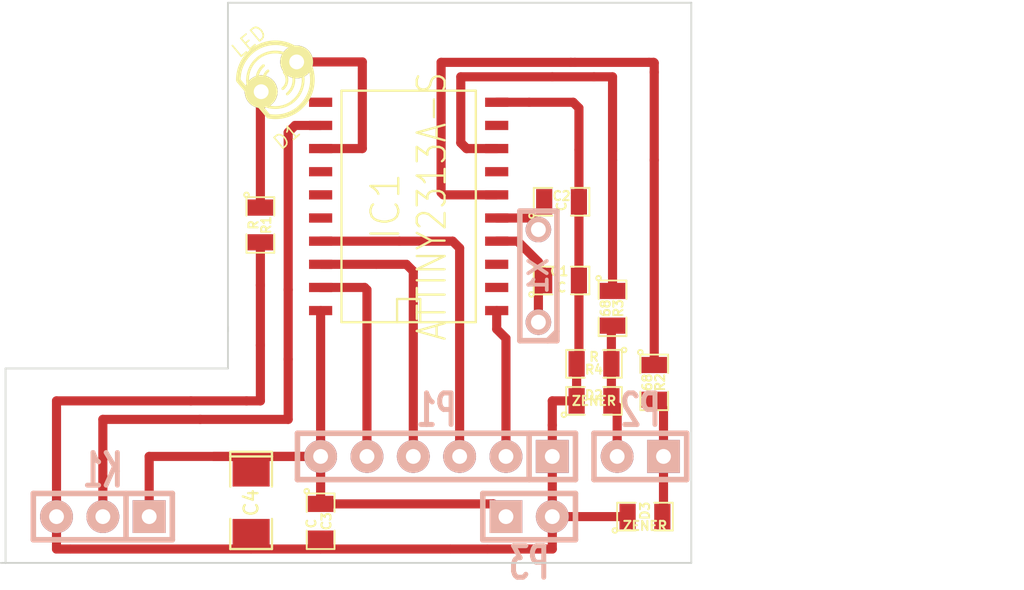
<source format=kicad_pcb>
(kicad_pcb (version 3) (host pcbnew "(2013-07-07 BZR 4022)-stable")

  (general
    (links 34)
    (no_connects 1)
    (area 103.327999 35.763999 163.448 67.81927)
    (thickness 1.6)
    (drawings 9)
    (tracks 108)
    (zones 0)
    (modules 17)
    (nets 16)
  )

  (page A3)
  (layers
    (15 F.Cu signal)
    (0 B.Cu signal)
    (16 B.Adhes user)
    (17 F.Adhes user)
    (18 B.Paste user)
    (19 F.Paste user)
    (20 B.SilkS user)
    (21 F.SilkS user)
    (22 B.Mask user)
    (23 F.Mask user)
    (24 Dwgs.User user)
    (25 Cmts.User user)
    (26 Eco1.User user)
    (27 Eco2.User user)
    (28 Edge.Cuts user)
  )

  (setup
    (last_trace_width 0.5)
    (trace_clearance 0.254)
    (zone_clearance 0.508)
    (zone_45_only no)
    (trace_min 0.254)
    (segment_width 0.2)
    (edge_width 0.1)
    (via_size 0.889)
    (via_drill 0.635)
    (via_min_size 0.889)
    (via_min_drill 0.508)
    (uvia_size 0.508)
    (uvia_drill 0.127)
    (uvias_allowed no)
    (uvia_min_size 0.508)
    (uvia_min_drill 0.127)
    (pcb_text_width 0.3)
    (pcb_text_size 1.5 1.5)
    (mod_edge_width 0.15)
    (mod_text_size 1 1)
    (mod_text_width 0.15)
    (pad_size 1.8 1.8)
    (pad_drill 0.8128)
    (pad_to_mask_clearance 0)
    (aux_axis_origin 0 0)
    (visible_elements 7FFFFFFF)
    (pcbplotparams
      (layerselection 3178497)
      (usegerberextensions true)
      (excludeedgelayer true)
      (linewidth 0.150000)
      (plotframeref false)
      (viasonmask false)
      (mode 1)
      (useauxorigin false)
      (hpglpennumber 1)
      (hpglpenspeed 20)
      (hpglpendiameter 15)
      (hpglpenoverlay 2)
      (psnegative false)
      (psa4output false)
      (plotreference true)
      (plotvalue true)
      (plotothertext true)
      (plotinvisibletext false)
      (padsonsilk false)
      (subtractmaskfromsilk false)
      (outputformat 1)
      (mirror false)
      (drillshape 1)
      (scaleselection 1)
      (outputdirectory ""))
  )

  (net 0 "")
  (net 1 GND)
  (net 2 N-0000010)
  (net 3 N-0000013)
  (net 4 N-0000014)
  (net 5 N-0000017)
  (net 6 N-000002)
  (net 7 N-0000022)
  (net 8 N-0000023)
  (net 9 N-000004)
  (net 10 N-000005)
  (net 11 N-000006)
  (net 12 N-000007)
  (net 13 N-000008)
  (net 14 RESET)
  (net 15 VCC)

  (net_class Default "This is the default net class."
    (clearance 0.254)
    (trace_width 0.5)
    (via_dia 0.889)
    (via_drill 0.635)
    (uvia_dia 0.508)
    (uvia_drill 0.127)
    (add_net "")
    (add_net GND)
    (add_net N-0000010)
    (add_net N-0000013)
    (add_net N-0000014)
    (add_net N-0000017)
    (add_net N-000002)
    (add_net N-0000022)
    (add_net N-0000023)
    (add_net N-000004)
    (add_net N-000005)
    (add_net N-000006)
    (add_net N-000007)
    (add_net N-000008)
    (add_net RESET)
    (add_net VCC)
  )

  (module SIL-6 (layer B.Cu) (tedit 53B55BA7) (tstamp 53B284F6)
    (at 127.254 60.706 180)
    (descr "Connecteur 6 pins")
    (tags "CONN DEV")
    (path /53AD6D39)
    (fp_text reference P1 (at 0 2.54 180) (layer B.SilkS)
      (effects (font (size 1.72974 1.08712) (thickness 0.3048)) (justify mirror))
    )
    (fp_text value ISP (at 0 2.54 180) (layer B.SilkS) hide
      (effects (font (size 1.524 1.016) (thickness 0.3048)) (justify mirror))
    )
    (fp_line (start -7.62 -1.27) (end -7.62 1.27) (layer B.SilkS) (width 0.3048))
    (fp_line (start -7.62 1.27) (end 7.62 1.27) (layer B.SilkS) (width 0.3048))
    (fp_line (start 7.62 1.27) (end 7.62 -1.27) (layer B.SilkS) (width 0.3048))
    (fp_line (start 7.62 -1.27) (end -7.62 -1.27) (layer B.SilkS) (width 0.3048))
    (fp_line (start -5.08 -1.27) (end -5.08 1.27) (layer B.SilkS) (width 0.3048))
    (pad 1 thru_hole rect (at -6.35 0 180) (size 1.8 1.8) (drill 0.8128)
      (layers *.Cu *.Mask B.SilkS)
      (net 1 GND)
    )
    (pad 2 thru_hole circle (at -3.81 0 180) (size 1.8 1.8) (drill 0.8128)
      (layers *.Cu *.Mask B.SilkS)
      (net 14 RESET)
    )
    (pad 3 thru_hole circle (at -1.27 0 180) (size 1.8 1.8) (drill 0.8128)
      (layers *.Cu *.Mask B.SilkS)
      (net 11 N-000006)
    )
    (pad 4 thru_hole circle (at 1.27 0 180) (size 1.8 1.8) (drill 0.8128)
      (layers *.Cu *.Mask B.SilkS)
      (net 10 N-000005)
    )
    (pad 5 thru_hole circle (at 3.81 0 180) (size 1.8 1.8) (drill 0.8128)
      (layers *.Cu *.Mask B.SilkS)
      (net 9 N-000004)
    )
    (pad 6 thru_hole circle (at 6.35 0 180) (size 1.8 1.8) (drill 0.8128)
      (layers *.Cu *.Mask B.SilkS)
      (net 15 VCC)
    )
  )

  (module SIL-3 (layer B.Cu) (tedit 53B55BB7) (tstamp 53B54FA2)
    (at 108.966 64.008 180)
    (descr "Connecteur 3 pins")
    (tags "CONN DEV")
    (path /53AD6DBD)
    (fp_text reference K1 (at 0 2.54 180) (layer B.SilkS)
      (effects (font (size 1.7907 1.07696) (thickness 0.3048)) (justify mirror))
    )
    (fp_text value DHT (at 0 2.54 180) (layer B.SilkS) hide
      (effects (font (size 1.524 1.016) (thickness 0.3048)) (justify mirror))
    )
    (fp_line (start -3.81 -1.27) (end -3.81 1.27) (layer B.SilkS) (width 0.3048))
    (fp_line (start -3.81 1.27) (end 3.81 1.27) (layer B.SilkS) (width 0.3048))
    (fp_line (start 3.81 1.27) (end 3.81 -1.27) (layer B.SilkS) (width 0.3048))
    (fp_line (start 3.81 -1.27) (end -3.81 -1.27) (layer B.SilkS) (width 0.3048))
    (fp_line (start -1.27 1.27) (end -1.27 -1.27) (layer B.SilkS) (width 0.3048))
    (pad 1 thru_hole rect (at -2.54 0 180) (size 1.8 1.8) (drill 0.8128)
      (layers *.Cu *.Mask B.SilkS)
      (net 15 VCC)
    )
    (pad 2 thru_hole circle (at 0 0 180) (size 1.8 1.8) (drill 0.8128)
      (layers *.Cu *.Mask B.SilkS)
      (net 6 N-000002)
    )
    (pad 3 thru_hole circle (at 2.54 0 180) (size 1.8 1.8) (drill 0.8128)
      (layers *.Cu *.Mask B.SilkS)
      (net 1 GND)
    )
  )

  (module C2 (layer B.Cu) (tedit 53B540DD) (tstamp 53AD765F)
    (at 132.842 50.8 90)
    (descr "Condensateur = 2 pas")
    (tags C)
    (path /53AD6D9F)
    (fp_text reference X1 (at 0 0 90) (layer B.SilkS)
      (effects (font (size 1.016 1.016) (thickness 0.2032)) (justify mirror))
    )
    (fp_text value QUARTZCMS4 (at -0.254 0 90) (layer B.SilkS) hide
      (effects (font (size 1.016 1.016) (thickness 0.2032)) (justify mirror))
    )
    (fp_line (start -3.556 1.016) (end 3.556 1.016) (layer B.SilkS) (width 0.3048))
    (fp_line (start 3.556 1.016) (end 3.556 -1.016) (layer B.SilkS) (width 0.3048))
    (fp_line (start 3.556 -1.016) (end -3.556 -1.016) (layer B.SilkS) (width 0.3048))
    (fp_line (start -3.556 -1.016) (end -3.556 1.016) (layer B.SilkS) (width 0.3048))
    (fp_line (start -3.556 0.508) (end -3.048 1.016) (layer B.SilkS) (width 0.3048))
    (pad 1 thru_hole circle (at -2.54 0 90) (size 1.397 1.397) (drill 0.8128)
      (layers *.Cu *.Mask B.SilkS)
      (net 3 N-0000013)
    )
    (pad 3 thru_hole circle (at 2.54 0 90) (size 1.397 1.397) (drill 0.8128)
      (layers *.Cu *.Mask B.SilkS)
      (net 4 N-0000014)
    )
    (model discret/capa_2pas_5x5mm.wrl
      (at (xyz 0 0 0))
      (scale (xyz 1 1 1))
      (rotate (xyz 0 0 0))
    )
  )

  (module SO20L (layer F.Cu) (tedit 42807090) (tstamp 53AD7767)
    (at 125.73 46.99 90)
    (descr "Cms SOJ 20 pins large")
    (tags "CMS SOJ")
    (path /53AD6CF0)
    (attr smd)
    (fp_text reference IC1 (at 0 -1.27 90) (layer F.SilkS)
      (effects (font (size 1.524 1.524) (thickness 0.127)))
    )
    (fp_text value ATTINY2313A-S (at 0 1.27 90) (layer F.SilkS)
      (effects (font (size 1.524 1.27) (thickness 0.127)))
    )
    (fp_line (start 6.35 3.683) (end 6.35 -3.683) (layer F.SilkS) (width 0.127))
    (fp_line (start -6.35 -3.683) (end -6.35 3.683) (layer F.SilkS) (width 0.127))
    (fp_line (start 6.35 3.683) (end -6.35 3.683) (layer F.SilkS) (width 0.127))
    (fp_line (start -6.35 -3.683) (end 6.35 -3.683) (layer F.SilkS) (width 0.127))
    (fp_line (start -6.35 -0.635) (end -5.08 -0.635) (layer F.SilkS) (width 0.127))
    (fp_line (start -5.08 -0.635) (end -5.08 0.635) (layer F.SilkS) (width 0.127))
    (fp_line (start -5.08 0.635) (end -6.35 0.635) (layer F.SilkS) (width 0.127))
    (pad 11 smd rect (at 5.715 -4.826 90) (size 0.508 1.27)
      (layers F.Cu F.Paste F.Mask)
    )
    (pad 12 smd rect (at 4.445 -4.826 90) (size 0.508 1.27)
      (layers F.Cu F.Paste F.Mask)
      (net 6 N-000002)
    )
    (pad 13 smd rect (at 3.175 -4.826 90) (size 0.508 1.27)
      (layers F.Cu F.Paste F.Mask)
      (net 2 N-0000010)
    )
    (pad 14 smd rect (at 1.905 -4.826 90) (size 0.508 1.27)
      (layers F.Cu F.Paste F.Mask)
    )
    (pad 15 smd rect (at 0.635 -4.826 90) (size 0.508 1.27)
      (layers F.Cu F.Paste F.Mask)
    )
    (pad 16 smd rect (at -0.635 -4.826 90) (size 0.508 1.27)
      (layers F.Cu F.Paste F.Mask)
    )
    (pad 17 smd rect (at -1.905 -4.826 90) (size 0.508 1.27)
      (layers F.Cu F.Paste F.Mask)
      (net 11 N-000006)
    )
    (pad 18 smd rect (at -3.175 -4.826 90) (size 0.508 1.27)
      (layers F.Cu F.Paste F.Mask)
      (net 10 N-000005)
    )
    (pad 19 smd rect (at -4.445 -4.826 90) (size 0.508 1.27)
      (layers F.Cu F.Paste F.Mask)
      (net 9 N-000004)
    )
    (pad 20 smd rect (at -5.715 -4.826 90) (size 0.508 1.27)
      (layers F.Cu F.Paste F.Mask)
      (net 15 VCC)
    )
    (pad 1 smd rect (at -5.715 4.826 90) (size 0.508 1.27)
      (layers F.Cu F.Paste F.Mask)
      (net 14 RESET)
    )
    (pad 2 smd rect (at -4.445 4.826 90) (size 0.508 1.27)
      (layers F.Cu F.Paste F.Mask)
    )
    (pad 3 smd rect (at -3.175 4.826 90) (size 0.508 1.27)
      (layers F.Cu F.Paste F.Mask)
    )
    (pad 4 smd rect (at -1.905 4.826 90) (size 0.508 1.27)
      (layers F.Cu F.Paste F.Mask)
      (net 3 N-0000013)
    )
    (pad 5 smd rect (at -0.635 4.826 90) (size 0.508 1.27)
      (layers F.Cu F.Paste F.Mask)
      (net 4 N-0000014)
    )
    (pad 6 smd rect (at 0.635 4.826 90) (size 0.508 1.27)
      (layers F.Cu F.Paste F.Mask)
      (net 5 N-0000017)
    )
    (pad 7 smd rect (at 1.905 4.826 90) (size 0.508 1.27)
      (layers F.Cu F.Paste F.Mask)
    )
    (pad 8 smd rect (at 3.175 4.826 90) (size 0.508 1.27)
      (layers F.Cu F.Paste F.Mask)
      (net 13 N-000008)
    )
    (pad 9 smd rect (at 4.445 4.826 90) (size 0.508 1.27)
      (layers F.Cu F.Paste F.Mask)
    )
    (pad 10 smd rect (at 5.715 4.826 90) (size 0.508 1.27)
      (layers F.Cu F.Paste F.Mask)
      (net 1 GND)
    )
    (model smd/cms_so20.wrl
      (at (xyz 0 0 0))
      (scale (xyz 0.5 0.6 0.5))
      (rotate (xyz 0 0 0))
    )
  )

  (module SM0805 (layer F.Cu) (tedit 53B54634) (tstamp 53AD758D)
    (at 135.89 57.658)
    (path /53AD6DDF)
    (attr smd)
    (fp_text reference D2 (at 0 -0.3175) (layer F.SilkS)
      (effects (font (size 0.50038 0.50038) (thickness 0.10922)))
    )
    (fp_text value ZENER (at 0 0) (layer F.SilkS)
      (effects (font (size 0.50038 0.50038) (thickness 0.10922)))
    )
    (fp_circle (center -1.651 0.762) (end -1.651 0.635) (layer F.SilkS) (width 0.09906))
    (fp_line (start -0.508 0.762) (end -1.524 0.762) (layer F.SilkS) (width 0.09906))
    (fp_line (start -1.524 0.762) (end -1.524 -0.762) (layer F.SilkS) (width 0.09906))
    (fp_line (start -1.524 -0.762) (end -0.508 -0.762) (layer F.SilkS) (width 0.09906))
    (fp_line (start 0.508 -0.762) (end 1.524 -0.762) (layer F.SilkS) (width 0.09906))
    (fp_line (start 1.524 -0.762) (end 1.524 0.762) (layer F.SilkS) (width 0.09906))
    (fp_line (start 1.524 0.762) (end 0.508 0.762) (layer F.SilkS) (width 0.09906))
    (pad 1 smd rect (at -0.9525 0) (size 0.889 1.397)
      (layers F.Cu F.Paste F.Mask)
      (net 1 GND)
    )
    (pad 2 smd rect (at 0.9525 0) (size 0.889 1.397)
      (layers F.Cu F.Paste F.Mask)
      (net 8 N-0000023)
    )
    (model smd/chip_cms.wrl
      (at (xyz 0 0 0))
      (scale (xyz 0.1 0.1 0.1))
      (rotate (xyz 0 0 0))
    )
  )

  (module SM0805 (layer F.Cu) (tedit 53B55812) (tstamp 53B53FE4)
    (at 138.684 64.008)
    (path /53AD6F7F)
    (attr smd)
    (fp_text reference D3 (at 0 -0.3175 90) (layer F.SilkS)
      (effects (font (size 0.50038 0.50038) (thickness 0.10922)))
    )
    (fp_text value ZENER (at 0 0.508) (layer F.SilkS)
      (effects (font (size 0.50038 0.50038) (thickness 0.10922)))
    )
    (fp_circle (center -1.651 0.762) (end -1.651 0.635) (layer F.SilkS) (width 0.09906))
    (fp_line (start -0.508 0.762) (end -1.524 0.762) (layer F.SilkS) (width 0.09906))
    (fp_line (start -1.524 0.762) (end -1.524 -0.762) (layer F.SilkS) (width 0.09906))
    (fp_line (start -1.524 -0.762) (end -0.508 -0.762) (layer F.SilkS) (width 0.09906))
    (fp_line (start 0.508 -0.762) (end 1.524 -0.762) (layer F.SilkS) (width 0.09906))
    (fp_line (start 1.524 -0.762) (end 1.524 0.762) (layer F.SilkS) (width 0.09906))
    (fp_line (start 1.524 0.762) (end 0.508 0.762) (layer F.SilkS) (width 0.09906))
    (pad 1 smd rect (at -0.9525 0) (size 0.889 1.397)
      (layers F.Cu F.Paste F.Mask)
      (net 1 GND)
    )
    (pad 2 smd rect (at 0.9525 0) (size 0.889 1.397)
      (layers F.Cu F.Paste F.Mask)
      (net 7 N-0000022)
    )
    (model smd/chip_cms.wrl
      (at (xyz 0 0 0))
      (scale (xyz 0.1 0.1 0.1))
      (rotate (xyz 0 0 0))
    )
  )

  (module SM0805 (layer F.Cu) (tedit 5091495C) (tstamp 53AD75C2)
    (at 136.906 52.578 270)
    (path /53AD6E43)
    (attr smd)
    (fp_text reference R3 (at 0 -0.3175 270) (layer F.SilkS)
      (effects (font (size 0.50038 0.50038) (thickness 0.10922)))
    )
    (fp_text value 68 (at 0 0.381 270) (layer F.SilkS)
      (effects (font (size 0.50038 0.50038) (thickness 0.10922)))
    )
    (fp_circle (center -1.651 0.762) (end -1.651 0.635) (layer F.SilkS) (width 0.09906))
    (fp_line (start -0.508 0.762) (end -1.524 0.762) (layer F.SilkS) (width 0.09906))
    (fp_line (start -1.524 0.762) (end -1.524 -0.762) (layer F.SilkS) (width 0.09906))
    (fp_line (start -1.524 -0.762) (end -0.508 -0.762) (layer F.SilkS) (width 0.09906))
    (fp_line (start 0.508 -0.762) (end 1.524 -0.762) (layer F.SilkS) (width 0.09906))
    (fp_line (start 1.524 -0.762) (end 1.524 0.762) (layer F.SilkS) (width 0.09906))
    (fp_line (start 1.524 0.762) (end 0.508 0.762) (layer F.SilkS) (width 0.09906))
    (pad 1 smd rect (at -0.9525 0 270) (size 0.889 1.397)
      (layers F.Cu F.Paste F.Mask)
      (net 13 N-000008)
    )
    (pad 2 smd rect (at 0.9525 0 270) (size 0.889 1.397)
      (layers F.Cu F.Paste F.Mask)
      (net 8 N-0000023)
    )
    (model smd/chip_cms.wrl
      (at (xyz 0 0 0))
      (scale (xyz 0.1 0.1 0.1))
      (rotate (xyz 0 0 0))
    )
  )

  (module SM0805 (layer F.Cu) (tedit 5091495C) (tstamp 53B51E4C)
    (at 139.192 56.642 270)
    (path /53AD6E10)
    (attr smd)
    (fp_text reference R2 (at 0 -0.3175 270) (layer F.SilkS)
      (effects (font (size 0.50038 0.50038) (thickness 0.10922)))
    )
    (fp_text value 68 (at 0 0.381 270) (layer F.SilkS)
      (effects (font (size 0.50038 0.50038) (thickness 0.10922)))
    )
    (fp_circle (center -1.651 0.762) (end -1.651 0.635) (layer F.SilkS) (width 0.09906))
    (fp_line (start -0.508 0.762) (end -1.524 0.762) (layer F.SilkS) (width 0.09906))
    (fp_line (start -1.524 0.762) (end -1.524 -0.762) (layer F.SilkS) (width 0.09906))
    (fp_line (start -1.524 -0.762) (end -0.508 -0.762) (layer F.SilkS) (width 0.09906))
    (fp_line (start 0.508 -0.762) (end 1.524 -0.762) (layer F.SilkS) (width 0.09906))
    (fp_line (start 1.524 -0.762) (end 1.524 0.762) (layer F.SilkS) (width 0.09906))
    (fp_line (start 1.524 0.762) (end 0.508 0.762) (layer F.SilkS) (width 0.09906))
    (pad 1 smd rect (at -0.9525 0 270) (size 0.889 1.397)
      (layers F.Cu F.Paste F.Mask)
      (net 5 N-0000017)
    )
    (pad 2 smd rect (at 0.9525 0 270) (size 0.889 1.397)
      (layers F.Cu F.Paste F.Mask)
      (net 7 N-0000022)
    )
    (model smd/chip_cms.wrl
      (at (xyz 0 0 0))
      (scale (xyz 0.1 0.1 0.1))
      (rotate (xyz 0 0 0))
    )
  )

  (module SM0805 (layer F.Cu) (tedit 5091495C) (tstamp 53B286FD)
    (at 135.89 55.626 180)
    (path /53AD6FAD)
    (attr smd)
    (fp_text reference R4 (at 0 -0.3175 180) (layer F.SilkS)
      (effects (font (size 0.50038 0.50038) (thickness 0.10922)))
    )
    (fp_text value R (at 0 0.381 180) (layer F.SilkS)
      (effects (font (size 0.50038 0.50038) (thickness 0.10922)))
    )
    (fp_circle (center -1.651 0.762) (end -1.651 0.635) (layer F.SilkS) (width 0.09906))
    (fp_line (start -0.508 0.762) (end -1.524 0.762) (layer F.SilkS) (width 0.09906))
    (fp_line (start -1.524 0.762) (end -1.524 -0.762) (layer F.SilkS) (width 0.09906))
    (fp_line (start -1.524 -0.762) (end -0.508 -0.762) (layer F.SilkS) (width 0.09906))
    (fp_line (start 0.508 -0.762) (end 1.524 -0.762) (layer F.SilkS) (width 0.09906))
    (fp_line (start 1.524 -0.762) (end 1.524 0.762) (layer F.SilkS) (width 0.09906))
    (fp_line (start 1.524 0.762) (end 0.508 0.762) (layer F.SilkS) (width 0.09906))
    (pad 1 smd rect (at -0.9525 0 180) (size 0.889 1.397)
      (layers F.Cu F.Paste F.Mask)
      (net 8 N-0000023)
    )
    (pad 2 smd rect (at 0.9525 0 180) (size 0.889 1.397)
      (layers F.Cu F.Paste F.Mask)
      (net 1 GND)
    )
    (model smd/chip_cms.wrl
      (at (xyz 0 0 0))
      (scale (xyz 0.1 0.1 0.1))
      (rotate (xyz 0 0 0))
    )
  )

  (module SM0805 (layer F.Cu) (tedit 53B5280F) (tstamp 53AD75E8)
    (at 120.904 64.262 270)
    (path /53AD7582)
    (attr smd)
    (fp_text reference C3 (at 0 -0.3175 270) (layer F.SilkS)
      (effects (font (size 0.50038 0.50038) (thickness 0.10922)))
    )
    (fp_text value C (at 0.127 0.508 270) (layer F.SilkS)
      (effects (font (size 0.50038 0.50038) (thickness 0.10922)))
    )
    (fp_circle (center -1.651 0.762) (end -1.651 0.635) (layer F.SilkS) (width 0.09906))
    (fp_line (start -0.508 0.762) (end -1.524 0.762) (layer F.SilkS) (width 0.09906))
    (fp_line (start -1.524 0.762) (end -1.524 -0.762) (layer F.SilkS) (width 0.09906))
    (fp_line (start -1.524 -0.762) (end -0.508 -0.762) (layer F.SilkS) (width 0.09906))
    (fp_line (start 0.508 -0.762) (end 1.524 -0.762) (layer F.SilkS) (width 0.09906))
    (fp_line (start 1.524 -0.762) (end 1.524 0.762) (layer F.SilkS) (width 0.09906))
    (fp_line (start 1.524 0.762) (end 0.508 0.762) (layer F.SilkS) (width 0.09906))
    (pad 1 smd rect (at -0.9525 0 270) (size 0.889 1.397)
      (layers F.Cu F.Paste F.Mask)
      (net 15 VCC)
    )
    (pad 2 smd rect (at 0.9525 0 270) (size 0.889 1.397)
      (layers F.Cu F.Paste F.Mask)
      (net 1 GND)
    )
    (model smd/chip_cms.wrl
      (at (xyz 0 0 0))
      (scale (xyz 0.1 0.1 0.1))
      (rotate (xyz 0 0 0))
    )
  )

  (module SM0805 (layer F.Cu) (tedit 53B525F7) (tstamp 53B54806)
    (at 134.112 51.054)
    (path /53AD6D63)
    (attr smd)
    (fp_text reference C1 (at -0.127 -0.508) (layer F.SilkS)
      (effects (font (size 0.50038 0.50038) (thickness 0.10922)))
    )
    (fp_text value C (at 0 0.381) (layer F.SilkS)
      (effects (font (size 0.50038 0.50038) (thickness 0.10922)))
    )
    (fp_circle (center -1.651 0.762) (end -1.651 0.635) (layer F.SilkS) (width 0.09906))
    (fp_line (start -0.508 0.762) (end -1.524 0.762) (layer F.SilkS) (width 0.09906))
    (fp_line (start -1.524 0.762) (end -1.524 -0.762) (layer F.SilkS) (width 0.09906))
    (fp_line (start -1.524 -0.762) (end -0.508 -0.762) (layer F.SilkS) (width 0.09906))
    (fp_line (start 0.508 -0.762) (end 1.524 -0.762) (layer F.SilkS) (width 0.09906))
    (fp_line (start 1.524 -0.762) (end 1.524 0.762) (layer F.SilkS) (width 0.09906))
    (fp_line (start 1.524 0.762) (end 0.508 0.762) (layer F.SilkS) (width 0.09906))
    (pad 1 smd rect (at -0.9525 0) (size 0.889 1.397)
      (layers F.Cu F.Paste F.Mask)
      (net 3 N-0000013)
    )
    (pad 2 smd rect (at 0.9525 0) (size 0.889 1.397)
      (layers F.Cu F.Paste F.Mask)
      (net 1 GND)
    )
    (model smd/chip_cms.wrl
      (at (xyz 0 0 0))
      (scale (xyz 0.1 0.1 0.1))
      (rotate (xyz 0 0 0))
    )
  )

  (module SM0805 (layer F.Cu) (tedit 53B5477D) (tstamp 53B547F8)
    (at 134.112 46.736)
    (path /53AD70D0)
    (attr smd)
    (fp_text reference C2 (at 0 -0.3175) (layer F.SilkS)
      (effects (font (size 0.50038 0.50038) (thickness 0.10922)))
    )
    (fp_text value C (at 0 0.254 90) (layer F.SilkS)
      (effects (font (size 0.50038 0.50038) (thickness 0.10922)))
    )
    (fp_circle (center -1.651 0.762) (end -1.651 0.635) (layer F.SilkS) (width 0.09906))
    (fp_line (start -0.508 0.762) (end -1.524 0.762) (layer F.SilkS) (width 0.09906))
    (fp_line (start -1.524 0.762) (end -1.524 -0.762) (layer F.SilkS) (width 0.09906))
    (fp_line (start -1.524 -0.762) (end -0.508 -0.762) (layer F.SilkS) (width 0.09906))
    (fp_line (start 0.508 -0.762) (end 1.524 -0.762) (layer F.SilkS) (width 0.09906))
    (fp_line (start 1.524 -0.762) (end 1.524 0.762) (layer F.SilkS) (width 0.09906))
    (fp_line (start 1.524 0.762) (end 0.508 0.762) (layer F.SilkS) (width 0.09906))
    (pad 1 smd rect (at -0.9525 0) (size 0.889 1.397)
      (layers F.Cu F.Paste F.Mask)
      (net 4 N-0000014)
    )
    (pad 2 smd rect (at 0.9525 0) (size 0.889 1.397)
      (layers F.Cu F.Paste F.Mask)
      (net 1 GND)
    )
    (model smd/chip_cms.wrl
      (at (xyz 0 0 0))
      (scale (xyz 0.1 0.1 0.1))
      (rotate (xyz 0 0 0))
    )
  )

  (module SM0805 (layer F.Cu) (tedit 5091495C) (tstamp 53B55762)
    (at 117.602 48.006 270)
    (path /53AD6ECE)
    (attr smd)
    (fp_text reference R1 (at 0 -0.3175 270) (layer F.SilkS)
      (effects (font (size 0.50038 0.50038) (thickness 0.10922)))
    )
    (fp_text value R (at 0 0.381 270) (layer F.SilkS)
      (effects (font (size 0.50038 0.50038) (thickness 0.10922)))
    )
    (fp_circle (center -1.651 0.762) (end -1.651 0.635) (layer F.SilkS) (width 0.09906))
    (fp_line (start -0.508 0.762) (end -1.524 0.762) (layer F.SilkS) (width 0.09906))
    (fp_line (start -1.524 0.762) (end -1.524 -0.762) (layer F.SilkS) (width 0.09906))
    (fp_line (start -1.524 -0.762) (end -0.508 -0.762) (layer F.SilkS) (width 0.09906))
    (fp_line (start 0.508 -0.762) (end 1.524 -0.762) (layer F.SilkS) (width 0.09906))
    (fp_line (start 1.524 -0.762) (end 1.524 0.762) (layer F.SilkS) (width 0.09906))
    (fp_line (start 1.524 0.762) (end 0.508 0.762) (layer F.SilkS) (width 0.09906))
    (pad 1 smd rect (at -0.9525 0 270) (size 0.889 1.397)
      (layers F.Cu F.Paste F.Mask)
      (net 12 N-000007)
    )
    (pad 2 smd rect (at 0.9525 0 270) (size 0.889 1.397)
      (layers F.Cu F.Paste F.Mask)
      (net 1 GND)
    )
    (model smd/chip_cms.wrl
      (at (xyz 0 0 0))
      (scale (xyz 0.1 0.1 0.1))
      (rotate (xyz 0 0 0))
    )
  )

  (module SIL-2 (layer B.Cu) (tedit 200000) (tstamp 53B5576C)
    (at 132.334 64.008)
    (descr "Connecteurs 2 pins")
    (tags "CONN DEV")
    (path /53B556E8)
    (fp_text reference P3 (at 0 2.54) (layer B.SilkS)
      (effects (font (size 1.72974 1.08712) (thickness 0.3048)) (justify mirror))
    )
    (fp_text value CONN_2 (at 0 2.54) (layer B.SilkS) hide
      (effects (font (size 1.524 1.016) (thickness 0.3048)) (justify mirror))
    )
    (fp_line (start -2.54 -1.27) (end -2.54 1.27) (layer B.SilkS) (width 0.3048))
    (fp_line (start -2.54 1.27) (end 2.54 1.27) (layer B.SilkS) (width 0.3048))
    (fp_line (start 2.54 1.27) (end 2.54 -1.27) (layer B.SilkS) (width 0.3048))
    (fp_line (start 2.54 -1.27) (end -2.54 -1.27) (layer B.SilkS) (width 0.3048))
    (pad 1 thru_hole rect (at -1.27 0) (size 1.8 1.8) (drill 0.8128)
      (layers *.Cu *.Mask B.SilkS)
      (net 15 VCC)
    )
    (pad 2 thru_hole circle (at 1.27 0) (size 1.8 1.8) (drill 0.8128)
      (layers *.Cu *.Mask B.SilkS)
      (net 1 GND)
    )
  )

  (module LED-3MM (layer F.Cu) (tedit 53B55BC7) (tstamp 53B560AC)
    (at 118.618 39.878 220)
    (descr "LED 3mm - Lead pitch 100mil (2,54mm)")
    (tags "LED led 3mm 3MM 100mil 2,54mm")
    (path /53AD6DAE)
    (fp_text reference D1 (at 1.778 -2.794 220) (layer F.SilkS)
      (effects (font (size 0.762 0.762) (thickness 0.0889)))
    )
    (fp_text value LED (at 0 2.54 220) (layer F.SilkS)
      (effects (font (size 0.762 0.762) (thickness 0.0889)))
    )
    (fp_line (start 1.8288 1.27) (end 1.8288 -1.27) (layer F.SilkS) (width 0.254))
    (fp_arc (start 0.254 0) (end -1.27 0) (angle 39.8) (layer F.SilkS) (width 0.1524))
    (fp_arc (start 0.254 0) (end -0.88392 1.01092) (angle 41.6) (layer F.SilkS) (width 0.1524))
    (fp_arc (start 0.254 0) (end 1.4097 -0.9906) (angle 40.6) (layer F.SilkS) (width 0.1524))
    (fp_arc (start 0.254 0) (end 1.778 0) (angle 39.8) (layer F.SilkS) (width 0.1524))
    (fp_arc (start 0.254 0) (end 0.254 -1.524) (angle 54.4) (layer F.SilkS) (width 0.1524))
    (fp_arc (start 0.254 0) (end -0.9652 -0.9144) (angle 53.1) (layer F.SilkS) (width 0.1524))
    (fp_arc (start 0.254 0) (end 1.45542 0.93472) (angle 52.1) (layer F.SilkS) (width 0.1524))
    (fp_arc (start 0.254 0) (end 0.254 1.524) (angle 52.1) (layer F.SilkS) (width 0.1524))
    (fp_arc (start 0.254 0) (end -0.381 0) (angle 90) (layer F.SilkS) (width 0.1524))
    (fp_arc (start 0.254 0) (end -0.762 0) (angle 90) (layer F.SilkS) (width 0.1524))
    (fp_arc (start 0.254 0) (end 0.889 0) (angle 90) (layer F.SilkS) (width 0.1524))
    (fp_arc (start 0.254 0) (end 1.27 0) (angle 90) (layer F.SilkS) (width 0.1524))
    (fp_arc (start 0.254 0) (end 0.254 -2.032) (angle 50.1) (layer F.SilkS) (width 0.254))
    (fp_arc (start 0.254 0) (end -1.5367 -0.95504) (angle 61.9) (layer F.SilkS) (width 0.254))
    (fp_arc (start 0.254 0) (end 1.8034 1.31064) (angle 49.7) (layer F.SilkS) (width 0.254))
    (fp_arc (start 0.254 0) (end 0.254 2.032) (angle 60.2) (layer F.SilkS) (width 0.254))
    (fp_arc (start 0.254 0) (end -1.778 0) (angle 28.3) (layer F.SilkS) (width 0.254))
    (fp_arc (start 0.254 0) (end -1.47574 1.06426) (angle 31.6) (layer F.SilkS) (width 0.254))
    (pad 1 thru_hole circle (at -1.27 0 220) (size 1.8 1.8) (drill 0.8128)
      (layers *.Cu *.Mask F.SilkS)
      (net 2 N-0000010)
    )
    (pad 2 thru_hole circle (at 1.27 0 220) (size 1.8 1.8) (drill 0.8128)
      (layers *.Cu *.Mask F.SilkS)
      (net 12 N-000007)
    )
    (model discret/leds/led3_vertical_verde.wrl
      (at (xyz 0 0 0))
      (scale (xyz 1 1 1))
      (rotate (xyz 0 0 0))
    )
  )

  (module SIL-2 (layer B.Cu) (tedit 53B55B8D) (tstamp 53AD761E)
    (at 138.43 60.706 180)
    (descr "Connecteurs 2 pins")
    (tags "CONN DEV")
    (path /53B556DB)
    (fp_text reference P2 (at 0 2.54 180) (layer B.SilkS)
      (effects (font (size 1.72974 1.08712) (thickness 0.3048)) (justify mirror))
    )
    (fp_text value CONN_2 (at 0 2.54 180) (layer B.SilkS) hide
      (effects (font (size 1.524 1.016) (thickness 0.3048)) (justify mirror))
    )
    (fp_line (start -2.54 -1.27) (end -2.54 1.27) (layer B.SilkS) (width 0.3048))
    (fp_line (start -2.54 1.27) (end 2.54 1.27) (layer B.SilkS) (width 0.3048))
    (fp_line (start 2.54 1.27) (end 2.54 -1.27) (layer B.SilkS) (width 0.3048))
    (fp_line (start 2.54 -1.27) (end -2.54 -1.27) (layer B.SilkS) (width 0.3048))
    (pad 1 thru_hole rect (at -1.27 0 180) (size 1.8 1.8) (drill 0.8128)
      (layers *.Cu *.Mask B.SilkS)
      (net 7 N-0000022)
    )
    (pad 2 thru_hole circle (at 1.27 0 180) (size 1.8 1.8) (drill 0.8128)
      (layers *.Cu *.Mask B.SilkS)
      (net 8 N-0000023)
    )
  )

  (module SM1206POL (layer F.Cu) (tedit 42806E4C) (tstamp 53AD75A8)
    (at 117.094 63.246 270)
    (path /53AD7591)
    (attr smd)
    (fp_text reference C4 (at 0 0 270) (layer F.SilkS)
      (effects (font (size 0.762 0.762) (thickness 0.127)))
    )
    (fp_text value CP1 (at 0 0 270) (layer F.SilkS) hide
      (effects (font (size 0.762 0.762) (thickness 0.127)))
    )
    (fp_line (start -2.54 -1.143) (end -2.794 -1.143) (layer F.SilkS) (width 0.127))
    (fp_line (start -2.794 -1.143) (end -2.794 1.143) (layer F.SilkS) (width 0.127))
    (fp_line (start -2.794 1.143) (end -2.54 1.143) (layer F.SilkS) (width 0.127))
    (fp_line (start -2.54 -1.143) (end -2.54 1.143) (layer F.SilkS) (width 0.127))
    (fp_line (start -2.54 1.143) (end -0.889 1.143) (layer F.SilkS) (width 0.127))
    (fp_line (start 0.889 -1.143) (end 2.54 -1.143) (layer F.SilkS) (width 0.127))
    (fp_line (start 2.54 -1.143) (end 2.54 1.143) (layer F.SilkS) (width 0.127))
    (fp_line (start 2.54 1.143) (end 0.889 1.143) (layer F.SilkS) (width 0.127))
    (fp_line (start -0.889 -1.143) (end -2.54 -1.143) (layer F.SilkS) (width 0.127))
    (pad 1 smd rect (at -1.651 0 270) (size 1.524 2.032)
      (layers F.Cu F.Paste F.Mask)
      (net 15 VCC)
    )
    (pad 2 smd rect (at 1.651 0 270) (size 1.524 2.032)
      (layers F.Cu F.Paste F.Mask)
      (net 1 GND)
    )
    (model smd/chip_cms_pol.wrl
      (at (xyz 0 0 0))
      (scale (xyz 0.17 0.16 0.16))
      (rotate (xyz 0 0 0))
    )
  )

  (dimension 30.734 (width 0.3) (layer Eco2.User)
    (gr_text "30.734 mm" (at 156.798 51.181 270) (layer Eco2.User)
      (effects (font (size 1.5 1.5) (thickness 0.3)))
    )
    (feature1 (pts (xy 141.224 35.814) (xy 158.148 35.814)))
    (feature2 (pts (xy 141.224 66.548) (xy 158.148 66.548)))
    (crossbar (pts (xy 155.448 66.548) (xy 155.448 35.814)))
    (arrow1a (pts (xy 155.448 35.814) (xy 156.03442 36.940503)))
    (arrow1b (pts (xy 155.448 35.814) (xy 154.86158 36.940503)))
    (arrow2a (pts (xy 155.448 66.548) (xy 156.03442 65.421497)))
    (arrow2b (pts (xy 155.448 66.548) (xy 154.86158 65.421497)))
  )
  (gr_line (start 103.632 66.548) (end 103.378 66.548) (angle 90) (layer Edge.Cuts) (width 0.1))
  (gr_line (start 103.632 55.88) (end 103.632 66.548) (angle 90) (layer Edge.Cuts) (width 0.1))
  (gr_line (start 115.824 55.88) (end 115.824 53.594) (angle 90) (layer Edge.Cuts) (width 0.1))
  (gr_line (start 103.632 55.88) (end 115.824 55.88) (angle 90) (layer Edge.Cuts) (width 0.1))
  (gr_line (start 141.224 66.548) (end 103.632 66.548) (angle 90) (layer Edge.Cuts) (width 0.1))
  (gr_line (start 141.224 35.814) (end 141.224 66.548) (angle 90) (layer Edge.Cuts) (width 0.1))
  (gr_line (start 115.824 35.814) (end 141.224 35.814) (angle 90) (layer Edge.Cuts) (width 0.1))
  (gr_line (start 115.824 53.848) (end 115.824 35.814) (angle 90) (layer Edge.Cuts) (width 0.1))

  (segment (start 106.426 65.786) (end 106.426 64.008) (width 0.5) (layer F.Cu) (net 1))
  (segment (start 106.426 64.008) (end 106.426 57.658) (width 0.5) (layer F.Cu) (net 1) (tstamp 53B564DF))
  (segment (start 117.094 65.2145) (end 117.094 65.786) (width 0.5) (layer F.Cu) (net 1))
  (segment (start 120.904 65.2145) (end 120.904 65.786) (width 0.5) (layer F.Cu) (net 1))
  (segment (start 113.792 57.658) (end 106.426 57.658) (width 0.5) (layer F.Cu) (net 1))
  (segment (start 128.016 65.786) (end 120.904 65.786) (width 0.5) (layer F.Cu) (net 1))
  (segment (start 120.904 65.786) (end 117.094 65.786) (width 0.5) (layer F.Cu) (net 1) (tstamp 53B55F30))
  (segment (start 117.094 65.786) (end 107.188 65.786) (width 0.5) (layer F.Cu) (net 1) (tstamp 53B55F34))
  (segment (start 106.426 65.786) (end 107.188 65.786) (width 0.5) (layer F.Cu) (net 1) (tstamp 53B564DD))
  (segment (start 113.792 57.658) (end 116.84 57.658) (width 0.5) (layer F.Cu) (net 1) (tstamp 53B55E9A))
  (segment (start 132.334 41.275) (end 134.747 41.275) (width 0.5) (layer F.Cu) (net 1))
  (segment (start 135.0645 41.5925) (end 135.0645 43.8785) (width 0.5) (layer F.Cu) (net 1) (tstamp 53B55D9D))
  (segment (start 134.747 41.275) (end 135.0645 41.5925) (width 0.5) (layer F.Cu) (net 1) (tstamp 53B55D9C))
  (segment (start 133.604 64.008) (end 137.7315 64.008) (width 0.5) (layer F.Cu) (net 1))
  (segment (start 134.9375 57.658) (end 133.604 57.658) (width 0.5) (layer F.Cu) (net 1))
  (segment (start 133.604 57.658) (end 133.604 58.9915) (width 0.5) (layer F.Cu) (net 1) (tstamp 53B55D43))
  (segment (start 133.096 65.786) (end 133.604 65.786) (width 0.5) (layer F.Cu) (net 1))
  (segment (start 133.604 65.786) (end 133.604 64.008) (width 0.5) (layer F.Cu) (net 1) (tstamp 53B55D3C))
  (segment (start 133.604 64.008) (end 133.604 60.706) (width 0.5) (layer F.Cu) (net 1) (tstamp 53B55D3D))
  (segment (start 132.842 65.786) (end 133.096 65.786) (width 0.5) (layer F.Cu) (net 1))
  (segment (start 128.016 65.786) (end 130.048 65.786) (width 0.5) (layer F.Cu) (net 1) (tstamp 53B55D23))
  (segment (start 117.602 48.9585) (end 117.602 51.308) (width 0.5) (layer F.Cu) (net 1))
  (segment (start 116.84 57.658) (end 117.602 57.658) (width 0.5) (layer F.Cu) (net 1) (tstamp 53B55E80))
  (segment (start 117.602 57.658) (end 117.602 54.61) (width 0.5) (layer F.Cu) (net 1) (tstamp 53B55D0D))
  (segment (start 117.602 51.308) (end 117.602 54.61) (width 0.5) (layer F.Cu) (net 1) (tstamp 53B55D1C))
  (segment (start 130.048 65.786) (end 132.842 65.786) (width 0.5) (layer F.Cu) (net 1) (tstamp 53B55D26))
  (segment (start 135.0645 51.054) (end 135.0645 55.499) (width 0.5) (layer F.Cu) (net 1))
  (segment (start 135.0645 55.499) (end 134.9375 55.626) (width 0.5) (layer F.Cu) (net 1) (tstamp 53B55947))
  (segment (start 134.9375 55.626) (end 134.9375 57.658) (width 0.5) (layer F.Cu) (net 1) (tstamp 53B55948))
  (segment (start 133.604 58.9915) (end 133.604 60.706) (width 0.5) (layer F.Cu) (net 1) (tstamp 53B5594A))
  (segment (start 135.0645 46.736) (end 135.0645 51.054) (width 0.5) (layer F.Cu) (net 1))
  (segment (start 130.556 41.275) (end 132.334 41.275) (width 0.5) (layer F.Cu) (net 1))
  (segment (start 135.0645 43.8785) (end 135.0645 46.736) (width 0.5) (layer F.Cu) (net 1) (tstamp 53B550A2))
  (segment (start 123.19 43.815) (end 123.19 39.06166) (width 0.5) (layer F.Cu) (net 2))
  (segment (start 119.590876 39.06166) (end 123.19 39.06166) (width 0.5) (layer F.Cu) (net 2))
  (segment (start 120.904 43.815) (end 123.19 43.815) (width 0.5) (layer F.Cu) (net 2))
  (segment (start 133.1595 51.054) (end 133.1595 50.6095) (width 0.5) (layer F.Cu) (net 3))
  (segment (start 133.1595 50.6095) (end 132.842 50.292) (width 0.5) (layer F.Cu) (net 3) (tstamp 53B54833))
  (segment (start 130.556 48.895) (end 131.699 48.895) (width 0.5) (layer F.Cu) (net 3))
  (segment (start 132.842 50.038) (end 132.842 50.292) (width 0.5) (layer F.Cu) (net 3) (tstamp 53B54822))
  (segment (start 132.842 50.292) (end 132.842 52.832) (width 0.5) (layer F.Cu) (net 3) (tstamp 53B54836))
  (segment (start 131.699 48.895) (end 132.842 50.038) (width 0.5) (layer F.Cu) (net 3) (tstamp 53B54821))
  (segment (start 130.556 47.625) (end 132.5245 47.625) (width 0.5) (layer F.Cu) (net 4))
  (segment (start 132.5245 47.625) (end 132.6515 47.752) (width 0.5) (layer F.Cu) (net 4) (tstamp 53B54123))
  (segment (start 138.90625 39.08425) (end 139.16025 39.08425) (width 0.5) (layer F.Cu) (net 5))
  (segment (start 139.192 39.116) (end 139.192 39.624) (width 0.5) (layer F.Cu) (net 5) (tstamp 53B561EE))
  (segment (start 139.16025 39.08425) (end 139.192 39.116) (width 0.5) (layer F.Cu) (net 5) (tstamp 53B561ED))
  (segment (start 134.84225 39.08425) (end 138.90625 39.08425) (width 0.5) (layer F.Cu) (net 5))
  (segment (start 139.192 39.624) (end 139.192 44.45) (width 0.5) (layer F.Cu) (net 5) (tstamp 53B561F1))
  (segment (start 127.508 39.08425) (end 127.508 46.228) (width 0.5) (layer F.Cu) (net 5))
  (segment (start 127.508 46.228) (end 127.635 46.355) (width 0.5) (layer F.Cu) (net 5) (tstamp 53B55C2C))
  (segment (start 139.192 55.6895) (end 139.192 44.45) (width 0.5) (layer F.Cu) (net 5))
  (segment (start 134.62 39.08425) (end 134.84225 39.08425) (width 0.5) (layer F.Cu) (net 5))
  (segment (start 127.508 39.08425) (end 134.62 39.08425) (width 0.5) (layer F.Cu) (net 5) (tstamp 53B55C2A))
  (segment (start 127.635 46.355) (end 130.556 46.355) (width 0.5) (layer F.Cu) (net 5))
  (segment (start 108.966 64.008) (end 108.966 58.674) (width 0.5) (layer F.Cu) (net 6))
  (segment (start 119.126 42.926) (end 119.507 42.545) (width 0.5) (layer F.Cu) (net 6) (tstamp 53B55C6F))
  (segment (start 119.126 51.562) (end 119.126 42.926) (width 0.5) (layer F.Cu) (net 6) (tstamp 53B55CFB))
  (segment (start 119.126 55.372) (end 119.126 51.562) (width 0.5) (layer F.Cu) (net 6) (tstamp 53B55D0A))
  (segment (start 119.126 58.674) (end 119.126 55.372) (width 0.5) (layer F.Cu) (net 6) (tstamp 53B55D07))
  (segment (start 114.3 58.674) (end 119.126 58.674) (width 0.5) (layer F.Cu) (net 6) (tstamp 53B55E13))
  (segment (start 119.507 42.545) (end 120.904 42.545) (width 0.5) (layer F.Cu) (net 6) (tstamp 53B55C73))
  (segment (start 114.3 58.674) (end 108.966 58.674) (width 0.5) (layer F.Cu) (net 6))
  (segment (start 139.7 60.706) (end 139.7 63.9445) (width 0.5) (layer F.Cu) (net 7))
  (segment (start 139.7 63.9445) (end 139.6365 64.008) (width 0.5) (layer F.Cu) (net 7) (tstamp 53B55D78))
  (segment (start 139.7 60.706) (end 139.7 58.1025) (width 0.5) (layer F.Cu) (net 7))
  (segment (start 139.7 58.1025) (end 139.192 57.5945) (width 0.5) (layer F.Cu) (net 7) (tstamp 53B5598D))
  (segment (start 136.8425 55.626) (end 136.8425 53.594) (width 0.5) (layer F.Cu) (net 8))
  (segment (start 136.8425 53.594) (end 136.906 53.5305) (width 0.5) (layer F.Cu) (net 8) (tstamp 53B5596A))
  (segment (start 136.8425 57.658) (end 136.8425 55.626) (width 0.5) (layer F.Cu) (net 8))
  (segment (start 137.16 60.706) (end 137.16 57.9755) (width 0.5) (layer F.Cu) (net 8))
  (segment (start 137.16 57.9755) (end 136.8425 57.658) (width 0.5) (layer F.Cu) (net 8) (tstamp 53B55957))
  (segment (start 120.904 51.435) (end 123.317 51.435) (width 0.5) (layer F.Cu) (net 9))
  (segment (start 123.444 51.562) (end 123.444 53.34) (width 0.5) (layer F.Cu) (net 9) (tstamp 53B562B7))
  (segment (start 123.317 51.435) (end 123.444 51.562) (width 0.5) (layer F.Cu) (net 9) (tstamp 53B562B6))
  (segment (start 123.444 53.34) (end 123.444 60.706) (width 0.5) (layer F.Cu) (net 9) (tstamp 53B562BA))
  (segment (start 123.952 50.165) (end 125.603 50.165) (width 0.5) (layer F.Cu) (net 10))
  (segment (start 125.984 50.546) (end 125.984 60.706) (width 0.5) (layer F.Cu) (net 10) (tstamp 53B562C7))
  (segment (start 125.603 50.165) (end 125.984 50.546) (width 0.5) (layer F.Cu) (net 10) (tstamp 53B562C6))
  (segment (start 120.904 50.165) (end 123.952 50.165) (width 0.5) (layer F.Cu) (net 10))
  (segment (start 125.222 48.895) (end 128.143 48.895) (width 0.5) (layer F.Cu) (net 11))
  (segment (start 128.524 49.276) (end 128.524 60.706) (width 0.5) (layer F.Cu) (net 11) (tstamp 53B562C1))
  (segment (start 128.143 48.895) (end 128.524 49.276) (width 0.5) (layer F.Cu) (net 11) (tstamp 53B562C0))
  (segment (start 120.904 48.895) (end 125.222 48.895) (width 0.5) (layer F.Cu) (net 11))
  (segment (start 117.602 47.0535) (end 117.602 40.737464) (width 0.5) (layer F.Cu) (net 12))
  (segment (start 117.602 40.737464) (end 117.645124 40.69434) (width 0.5) (layer F.Cu) (net 12) (tstamp 53B561DE))
  (segment (start 128.905 43.815) (end 128.5875 43.4975) (width 0.5) (layer F.Cu) (net 13))
  (segment (start 136.906 43.942) (end 136.906 39.878) (width 0.5) (layer F.Cu) (net 13))
  (segment (start 136.906 39.878) (end 135.89 39.878) (width 0.5) (layer F.Cu) (net 13) (tstamp 53B55D94))
  (segment (start 133.604 39.878) (end 135.89 39.878) (width 0.5) (layer F.Cu) (net 13))
  (segment (start 128.5875 39.878) (end 133.604 39.878) (width 0.5) (layer F.Cu) (net 13))
  (segment (start 128.5875 43.4975) (end 128.5875 39.878) (width 0.5) (layer F.Cu) (net 13) (tstamp 53B5509E))
  (segment (start 136.906 43.942) (end 136.906 44.45) (width 0.5) (layer F.Cu) (net 13) (tstamp 53B55D8F))
  (segment (start 136.906 51.6255) (end 136.906 44.45) (width 0.5) (layer F.Cu) (net 13))
  (segment (start 130.556 43.815) (end 128.905 43.815) (width 0.5) (layer F.Cu) (net 13))
  (segment (start 128.905 43.815) (end 128.5875 43.4975) (width 0.5) (layer F.Cu) (net 13) (tstamp 53B5509D))
  (segment (start 131.064 60.579) (end 131.064 54.229) (width 0.5) (layer F.Cu) (net 14))
  (segment (start 130.556 53.721) (end 130.556 52.705) (width 0.5) (layer F.Cu) (net 14) (tstamp 53B526D6))
  (segment (start 131.064 54.229) (end 130.556 53.721) (width 0.5) (layer F.Cu) (net 14) (tstamp 53B526D5))
  (segment (start 117.094 61.849) (end 117.094 60.706) (width 0.5) (layer F.Cu) (net 15))
  (segment (start 111.506 64.008) (end 111.506 60.706) (width 0.5) (layer F.Cu) (net 15))
  (segment (start 111.506 60.706) (end 120.904 60.706) (width 0.5) (layer F.Cu) (net 15) (tstamp 53B564CF))
  (segment (start 120.904 63.3095) (end 130.3655 63.3095) (width 0.5) (layer F.Cu) (net 15))
  (segment (start 130.3655 63.3095) (end 131.064 64.008) (width 0.5) (layer F.Cu) (net 15) (tstamp 53B55F36))
  (segment (start 120.904 60.706) (end 120.904 63.3095) (width 0.5) (layer F.Cu) (net 15))
  (segment (start 115.062 60.706) (end 117.094 60.706) (width 0.5) (layer F.Cu) (net 15))
  (segment (start 117.094 60.706) (end 120.904 60.706) (width 0.5) (layer F.Cu) (net 15))
  (segment (start 120.904 52.705) (end 120.904 60.706) (width 0.5) (layer F.Cu) (net 15))

)

</source>
